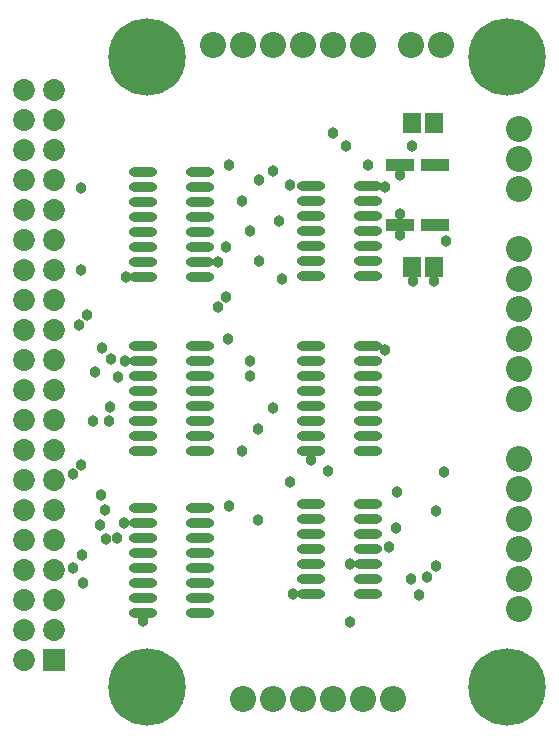
<source format=gts>
%FSAX24Y24*%
%MOIN*%
G70*
G01*
G75*
G04 Layer_Color=8388736*
%ADD10R,0.0512X0.0591*%
%ADD11R,0.0866X0.0335*%
%ADD12O,0.0866X0.0236*%
%ADD13C,0.0100*%
%ADD14C,0.0150*%
%ADD15C,0.2500*%
%ADD16C,0.0787*%
%ADD17C,0.0650*%
%ADD18R,0.0650X0.0650*%
%ADD19C,0.0300*%
%ADD20R,0.0394X0.0433*%
%ADD21R,0.0433X0.0394*%
%ADD22C,0.0098*%
%ADD23C,0.0079*%
%ADD24C,0.0059*%
%ADD25R,0.0748X0.1614*%
%ADD26R,0.1600X0.4775*%
%ADD27R,0.0592X0.0671*%
%ADD28R,0.0946X0.0415*%
%ADD29O,0.0946X0.0316*%
%ADD30C,0.2580*%
%ADD31C,0.0867*%
%ADD32C,0.0730*%
%ADD33R,0.0730X0.0730*%
%ADD34C,0.0380*%
D27*
X024826Y026000D02*
D03*
X025574D02*
D03*
Y030800D02*
D03*
X024826D02*
D03*
D28*
X025591Y027400D02*
D03*
X024409D02*
D03*
X025591Y029400D02*
D03*
X024409D02*
D03*
D29*
X023345Y015100D02*
D03*
Y015600D02*
D03*
Y016100D02*
D03*
Y016600D02*
D03*
Y017100D02*
D03*
Y017600D02*
D03*
Y018100D02*
D03*
X021455Y015100D02*
D03*
Y015600D02*
D03*
Y016100D02*
D03*
Y016600D02*
D03*
Y017100D02*
D03*
Y017600D02*
D03*
Y018100D02*
D03*
X017745Y014450D02*
D03*
Y014950D02*
D03*
Y015450D02*
D03*
Y015950D02*
D03*
Y016450D02*
D03*
Y016950D02*
D03*
Y017450D02*
D03*
Y017950D02*
D03*
X015855Y014450D02*
D03*
Y014950D02*
D03*
Y015450D02*
D03*
Y015950D02*
D03*
Y016450D02*
D03*
Y016950D02*
D03*
Y017450D02*
D03*
Y017950D02*
D03*
X017745Y019850D02*
D03*
Y020350D02*
D03*
Y020850D02*
D03*
Y021350D02*
D03*
Y021850D02*
D03*
Y022350D02*
D03*
Y022850D02*
D03*
Y023350D02*
D03*
X015855Y019850D02*
D03*
Y020350D02*
D03*
Y020850D02*
D03*
Y021350D02*
D03*
Y021850D02*
D03*
Y022350D02*
D03*
Y022850D02*
D03*
Y023350D02*
D03*
X023345Y019850D02*
D03*
Y020350D02*
D03*
Y020850D02*
D03*
Y021350D02*
D03*
Y021850D02*
D03*
Y022350D02*
D03*
Y022850D02*
D03*
Y023350D02*
D03*
X021455Y019850D02*
D03*
Y020350D02*
D03*
Y020850D02*
D03*
Y021350D02*
D03*
Y021850D02*
D03*
Y022350D02*
D03*
Y022850D02*
D03*
Y023350D02*
D03*
X017745Y025650D02*
D03*
Y026150D02*
D03*
Y026650D02*
D03*
Y027150D02*
D03*
Y027650D02*
D03*
Y028150D02*
D03*
Y028650D02*
D03*
Y029150D02*
D03*
X015855Y025650D02*
D03*
Y026150D02*
D03*
Y026650D02*
D03*
Y027150D02*
D03*
Y027650D02*
D03*
Y028150D02*
D03*
Y028650D02*
D03*
Y029150D02*
D03*
X023345Y025700D02*
D03*
Y026200D02*
D03*
Y026700D02*
D03*
Y027200D02*
D03*
Y027700D02*
D03*
Y028200D02*
D03*
Y028700D02*
D03*
X021455Y025700D02*
D03*
Y026200D02*
D03*
Y026700D02*
D03*
Y027200D02*
D03*
Y027700D02*
D03*
Y028200D02*
D03*
Y028700D02*
D03*
D30*
X016000Y033000D02*
D03*
Y012000D02*
D03*
X028000D02*
D03*
Y033000D02*
D03*
D31*
X028400Y019600D02*
D03*
Y018600D02*
D03*
Y017600D02*
D03*
Y016600D02*
D03*
Y015600D02*
D03*
Y014600D02*
D03*
X018200Y033400D02*
D03*
X019200D02*
D03*
X020200D02*
D03*
X021200D02*
D03*
X022200D02*
D03*
X023200D02*
D03*
X024200Y011600D02*
D03*
X023200D02*
D03*
X022200D02*
D03*
X021200D02*
D03*
X020200D02*
D03*
X019200D02*
D03*
X028400Y021600D02*
D03*
Y022600D02*
D03*
Y023600D02*
D03*
Y024600D02*
D03*
Y025600D02*
D03*
Y026600D02*
D03*
Y030600D02*
D03*
Y029600D02*
D03*
Y028600D02*
D03*
X024800Y033400D02*
D03*
X025800D02*
D03*
D32*
X011900Y031900D02*
D03*
X012900D02*
D03*
X011900Y030900D02*
D03*
X012900D02*
D03*
X011900Y029900D02*
D03*
X012900D02*
D03*
X011900Y028900D02*
D03*
X012900D02*
D03*
X011900Y027900D02*
D03*
X012900D02*
D03*
X011900Y026900D02*
D03*
X012900D02*
D03*
X011900Y025900D02*
D03*
X012900D02*
D03*
X011900Y024900D02*
D03*
X012900D02*
D03*
X011900Y023900D02*
D03*
X012900D02*
D03*
X011900Y022900D02*
D03*
X012900D02*
D03*
X011900Y021900D02*
D03*
X012900D02*
D03*
X011900Y020900D02*
D03*
X012900D02*
D03*
X011900Y019900D02*
D03*
X012900D02*
D03*
X011900Y018900D02*
D03*
X012900D02*
D03*
X011900Y017900D02*
D03*
X012900D02*
D03*
X011900Y016900D02*
D03*
X012900D02*
D03*
X011900Y015900D02*
D03*
X012900D02*
D03*
X011900Y014900D02*
D03*
X012900D02*
D03*
X011900Y013900D02*
D03*
X012900D02*
D03*
X011900Y012900D02*
D03*
D33*
X012900D02*
D03*
D34*
X025880Y019140D02*
D03*
X025620Y016020D02*
D03*
X020770Y018820D02*
D03*
X024280Y017300D02*
D03*
X024070Y016660D02*
D03*
X025060Y015060D02*
D03*
X020850Y015100D02*
D03*
X023350Y029400D02*
D03*
X024409Y029059D02*
D03*
X020500Y025600D02*
D03*
X015300Y025650D02*
D03*
X015855Y014195D02*
D03*
X021455Y019555D02*
D03*
X018730Y018030D02*
D03*
X018700Y023600D02*
D03*
X018710Y029380D02*
D03*
X024409Y027039D02*
D03*
Y027769D02*
D03*
X024340Y018480D02*
D03*
X023910Y023230D02*
D03*
X023935Y028655D02*
D03*
X024826Y030015D02*
D03*
X024865Y025535D02*
D03*
X025574Y025536D02*
D03*
X025950Y026840D02*
D03*
X020200Y029180D02*
D03*
X020390Y027510D02*
D03*
X022630Y030030D02*
D03*
X022190Y030470D02*
D03*
X022040Y019190D02*
D03*
X020770Y028730D02*
D03*
X025610Y017850D02*
D03*
X025330Y015670D02*
D03*
X024780Y015600D02*
D03*
X020200Y021300D02*
D03*
X019440Y022350D02*
D03*
X019740Y026200D02*
D03*
Y028900D02*
D03*
X018630Y026660D02*
D03*
Y024980D02*
D03*
X018360Y026160D02*
D03*
Y024670D02*
D03*
X019420Y027200D02*
D03*
Y022850D02*
D03*
X022770Y016080D02*
D03*
Y014160D02*
D03*
X019150Y028180D02*
D03*
Y019850D02*
D03*
X019700Y017560D02*
D03*
Y020600D02*
D03*
X013780Y028630D02*
D03*
Y025900D02*
D03*
X014480Y023280D02*
D03*
X014790Y022910D02*
D03*
X013980Y024400D02*
D03*
X013710Y024040D02*
D03*
X013780Y019390D02*
D03*
X013520Y019080D02*
D03*
X014180Y020860D02*
D03*
X014270Y022500D02*
D03*
X014750Y021330D02*
D03*
X014450Y018390D02*
D03*
X014730Y020860D02*
D03*
X014575Y017900D02*
D03*
X015010Y022320D02*
D03*
X014432Y017390D02*
D03*
X015270Y022860D02*
D03*
X014621Y016920D02*
D03*
X013840Y016400D02*
D03*
X013520Y015950D02*
D03*
X013850Y015450D02*
D03*
X014980Y016940D02*
D03*
X015240Y017440D02*
D03*
M02*

</source>
